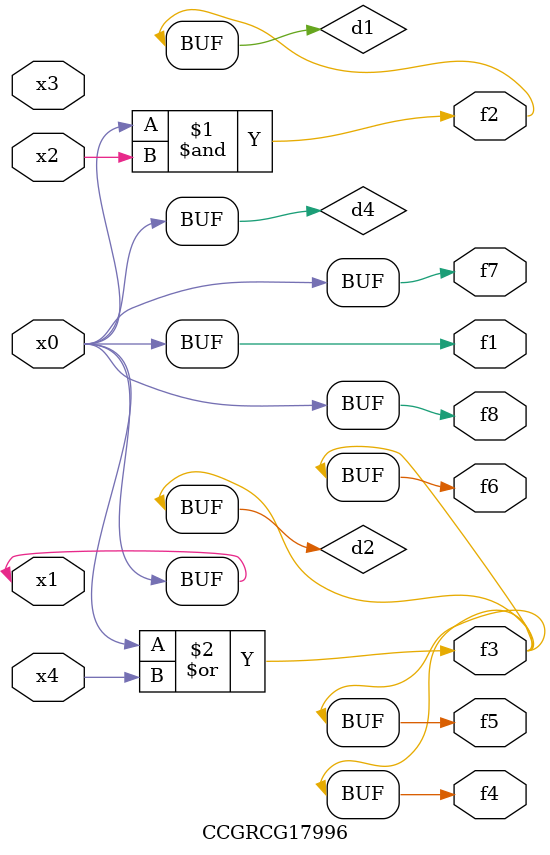
<source format=v>
module CCGRCG17996(
	input x0, x1, x2, x3, x4,
	output f1, f2, f3, f4, f5, f6, f7, f8
);

	wire d1, d2, d3, d4;

	and (d1, x0, x2);
	or (d2, x0, x4);
	nand (d3, x0, x2);
	buf (d4, x0, x1);
	assign f1 = d4;
	assign f2 = d1;
	assign f3 = d2;
	assign f4 = d2;
	assign f5 = d2;
	assign f6 = d2;
	assign f7 = d4;
	assign f8 = d4;
endmodule

</source>
